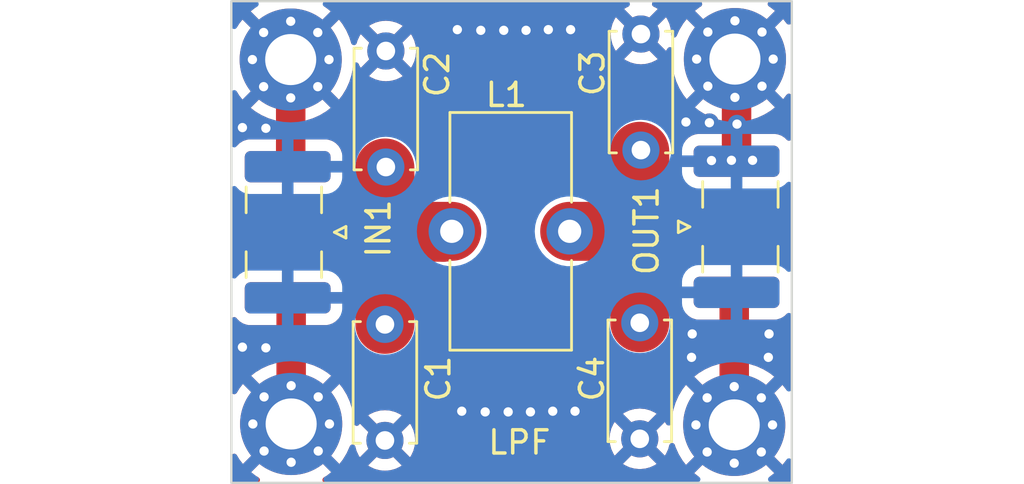
<source format=kicad_pcb>
(kicad_pcb (version 20240225) (generator "pcbnew") (generator_version "8.99")
  (layers (0 "F.Cu" signal) (31 "B.Cu" signal) (34 "B.Paste" user) (35 "F.Paste" user) (36 "B.SilkS" user "B.Silkscreen") (37 "F.SilkS" user "F.Silkscreen") (38 "B.Mask" user) (39 "F.Mask" user) (44 "Edge.Cuts" user))
  (net 0 "")
  (net 1 "GND")
  (net 2 "Net-(IN1-In)")
  (net 3 "Net-(OUT1-In)")
  (footprint "Capacitor_THT:C_Disc_D5.0mm_W2.5mm_P5.00mm" (layer "F.Cu") (at 92 100.21 90)
    (property "Reference" "C2" (at 3.99 2.21 90) (layer "F.SilkS"))
    (property "Value" "100n" (hide yes))
    (fp_line (start 5.12 -1.37) (end 5.12 -1.055) (stroke (width 0.12)) (layer "F.SilkS"))
    (fp_line (start -0.12 -1.37) (end 5.12 -1.37) (stroke (width 0.12)) (layer "F.SilkS"))
    (fp_line (start -0.12 -1.37) (end -0.12 -1.055) (stroke (width 0.12)) (layer "F.SilkS"))
    (fp_line (start 5.12 1.055) (end 5.12 1.37) (stroke (width 0.12)) (layer "F.SilkS"))
    (fp_line (start -0.12 1.055) (end -0.12 1.37) (stroke (width 0.12)) (layer "F.SilkS"))
    (fp_line (start -0.12 1.37) (end 5.12 1.37) (stroke (width 0.12)) (layer "F.SilkS"))
    (pad "1" thru_hole circle (at 0 0 90) (size 1.6 1.6) (drill 0.8) (layers "*.Cu" "*.Mask") (net 2 "Net-(IN1-In)"))
    (pad "2" thru_hole circle (at 5 0 90) (size 1.6 1.6) (drill 0.8) (layers "*.Cu" "*.Mask") (net 1 "GND"))
  )
  (footprint "Capacitor_THT:C_Disc_D5.0mm_W2.5mm_P5.00mm" (layer "F.Cu") (at 91.96 106.99 -90)
    (property "Reference" "C1" (at 2.34 -2.3 -90) (layer "F.SilkS"))
    (property "Value" "100n" (hide yes))
    (fp_line (start -0.12 1.37) (end 5.12 1.37) (stroke (width 0.12)) (layer "F.SilkS"))
    (fp_line (start -0.12 1.055) (end -0.12 1.37) (stroke (width 0.12)) (layer "F.SilkS"))
    (fp_line (start 5.12 1.055) (end 5.12 1.37) (stroke (width 0.12)) (layer "F.SilkS"))
    (fp_line (start -0.12 -1.37) (end -0.12 -1.055) (stroke (width 0.12)) (layer "F.SilkS"))
    (fp_line (start -0.12 -1.37) (end 5.12 -1.37) (stroke (width 0.12)) (layer "F.SilkS"))
    (fp_line (start 5.12 -1.37) (end 5.12 -1.055) (stroke (width 0.12)) (layer "F.SilkS"))
    (pad "1" thru_hole circle (at 0 0 270) (size 1.6 1.6) (drill 0.8) (layers "*.Cu" "*.Mask") (net 2 "Net-(IN1-In)"))
    (pad "2" thru_hole circle (at 5 0 270) (size 1.6 1.6) (drill 0.8) (layers "*.Cu" "*.Mask") (net 1 "GND"))
  )
  (footprint "Connector_Coaxial:SMA_Samtec_SMA-J-P-H-ST-EM1_EdgeMount" (layer "F.Cu") (at 107.36 102.785)
    (property "Reference" "OUT1" (at -4.13 0.165 90) (layer "F.SilkS"))
    (property "Value" "SMA" (hide yes))
    (fp_line (start -2.76 -0.25) (end -2.76 0.25) (stroke (width 0.12)) (layer "F.SilkS"))
    (fp_line (start -2.76 0.25) (end -2.26 0) (stroke (width 0.12)) (layer "F.SilkS"))
    (fp_line (start -2.26 0) (end -2.76 -0.25) (stroke (width 0.12)) (layer "F.SilkS"))
    (fp_line (start -1.71 -0.84) (end -1.71 -1.95) (stroke (width 0.12)) (layer "F.SilkS"))
    (fp_line (start -1.71 1.95) (end -1.71 0.84) (stroke (width 0.12)) (layer "F.SilkS"))
    (fp_line (start 1.54 -0.84) (end 1.54 -1.95) (stroke (width 0.12)) (layer "F.SilkS"))
    (fp_line (start 1.54 1.95) (end 1.54 0.84) (stroke (width 0.12)) (layer "F.SilkS"))
    (pad "1" smd roundrect (at 0 0 90) (size 1.27 3.2) (layers "F.Cu" "F.Mask") (roundrect_rratio 0.1968503937) (net 3 "Net-(OUT1-In)"))
    (pad "2" smd roundrect (at -0.25 -2.825 90) (size 1.35 3.7) (layers "F.Cu" "F.Mask") (roundrect_rratio 0.1851851852) (net 1 "GND"))
    (pad "2" smd roundrect (at -0.25 -2.825 90) (size 1.35 3.7) (layers "B.Cu" "B.Mask") (roundrect_rratio 0.1851851852) (net 1 "GND"))
    (pad "2" smd roundrect (at -0.25 2.825 90) (size 1.35 3.7) (layers "F.Cu" "F.Mask") (roundrect_rratio 0.1851851852) (net 1 "GND"))
    (pad "2" smd roundrect (at -0.25 2.825 90) (size 1.35 3.7) (layers "B.Cu" "B.Mask") (roundrect_rratio 0.1851851852) (net 1 "GND"))
  )
  (footprint "Connector_Coaxial:SMA_Samtec_SMA-J-P-H-ST-EM1_EdgeMount" (layer "F.Cu") (at 87.52 103.02 180)
    (property "Reference" "IN1" (at -4.16 0.16 90) (layer "F.SilkS"))
    (property "Value" "SMA" (hide yes))
    (fp_line (start 1.54 1.95) (end 1.54 0.84) (stroke (width 0.12)) (layer "F.SilkS"))
    (fp_line (start 1.54 -0.84) (end 1.54 -1.95) (stroke (width 0.12)) (layer "F.SilkS"))
    (fp_line (start -1.71 1.95) (end -1.71 0.84) (stroke (width 0.12)) (layer "F.SilkS"))
    (fp_line (start -1.71 -0.84) (end -1.71 -1.95) (stroke (width 0.12)) (layer "F.SilkS"))
    (fp_line (start -2.26 0) (end -2.76 -0.25) (stroke (width 0.12)) (layer "F.SilkS"))
    (fp_line (start -2.76 0.25) (end -2.26 0) (stroke (width 0.12)) (layer "F.SilkS"))
    (fp_line (start -2.76 -0.25) (end -2.76 0.25) (stroke (width 0.12)) (layer "F.SilkS"))
    (pad "1" smd roundrect (at 0 0 270) (size 1.27 3.2) (layers "F.Cu" "F.Mask") (roundrect_rratio 0.1968503937) (net 2 "Net-(IN1-In)"))
    (pad "2" smd roundrect (at -0.25 -2.825 270) (size 1.35 3.7) (layers "F.Cu" "F.Mask") (roundrect_rratio 0.1851851852) (net 1 "GND"))
    (pad "2" smd roundrect (at -0.25 -2.825 270) (size 1.35 3.7) (layers "B.Cu" "B.Mask") (roundrect_rratio 0.1851851852) (net 1 "GND"))
    (pad "2" smd roundrect (at -0.25 2.825 270) (size 1.35 3.7) (layers "F.Cu" "F.Mask") (roundrect_rratio 0.1851851852) (net 1 "GND"))
    (pad "2" smd roundrect (at -0.25 2.825 270) (size 1.35 3.7) (layers "B.Cu" "B.Mask") (roundrect_rratio 0.1851851852) (net 1 "GND"))
  )
  (footprint "Capacitor_THT:C_Disc_D5.0mm_W2.5mm_P5.00mm" (layer "F.Cu") (at 102.99 99.48 90)
    (property "Reference" "C3" (at 3.31 -2.09 90) (layer "F.SilkS"))
    (property "Value" "100n" (hide yes))
    (fp_line (start 5.12 -1.37) (end 5.12 -1.055) (stroke (width 0.12)) (layer "F.SilkS"))
    (fp_line (start -0.12 -1.37) (end 5.12 -1.37) (stroke (width 0.12)) (layer "F.SilkS"))
    (fp_line (start -0.12 -1.37) (end -0.12 -1.055) (stroke (width 0.12)) (layer "F.SilkS"))
    (fp_line (start 5.12 1.055) (end 5.12 1.37) (stroke (width 0.12)) (layer "F.SilkS"))
    (fp_line (start -0.12 1.055) (end -0.12 1.37) (stroke (width 0.12)) (layer "F.SilkS"))
    (fp_line (start -0.12 1.37) (end 5.12 1.37) (stroke (width 0.12)) (layer "F.SilkS"))
    (pad "1" thru_hole circle (at 0 0 90) (size 1.6 1.6) (drill 0.8) (layers "*.Cu" "*.Mask") (net 3 "Net-(OUT1-In)"))
    (pad "2" thru_hole circle (at 5 0 90) (size 1.6 1.6) (drill 0.8) (layers "*.Cu" "*.Mask") (net 1 "GND"))
  )
  (footprint "MountingHole:MountingHole_2.2mm_M2_Pad_Via" (layer "F.Cu") (at 87.92 111.28)
    (property "Reference" "H4" (hide yes))
    (property "Value" "MountingHole_Pad" (hide yes))
    (pad "1" thru_hole circle (at -1.65 0) (size 0.7 0.7) (drill 0.4) (layers "*.Cu" "*.Mask") (net 1 "GND"))
    (pad "1" thru_hole circle (at -1.166726 -1.166726) (size 0.7 0.7) (drill 0.4) (layers "*.Cu" "*.Mask") (net 1 "GND"))
    (pad "1" thru_hole circle (at -1.166726 1.166726) (size 0.7 0.7) (drill 0.4) (layers "*.Cu" "*.Mask") (net 1 "GND"))
    (pad "1" thru_hole circle (at 0 -1.65) (size 0.7 0.7) (drill 0.4) (layers "*.Cu" "*.Mask") (net 1 "GND"))
    (pad "1" thru_hole circle (at 0 0) (size 4.4 4.4) (drill 2.2) (layers "*.Cu" "*.Mask") (net 1 "GND"))
    (pad "1" thru_hole circle (at 0 1.65) (size 0.7 0.7) (drill 0.4) (layers "*.Cu" "*.Mask") (net 1 "GND"))
    (pad "1" thru_hole circle (at 1.166726 -1.166726) (size 0.7 0.7) (drill 0.4) (layers "*.Cu" "*.Mask") (net 1 "GND"))
    (pad "1" thru_hole circle (at 1.166726 1.166726) (size 0.7 0.7) (drill 0.4) (layers "*.Cu" "*.Mask") (net 1 "GND"))
    (pad "1" thru_hole circle (at 1.65 0) (size 0.7 0.7) (drill 0.4) (layers "*.Cu" "*.Mask") (net 1 "GND"))
  )
  (footprint "Capacitor_THT:C_Disc_D5.0mm_W2.5mm_P5.00mm" (layer "F.Cu") (at 102.94 106.92 -90)
    (property "Reference" "C4" (at 2.41 2.06 -90) (layer "F.SilkS"))
    (property "Value" "100n" (hide yes))
    (fp_line (start -0.12 1.37) (end 5.12 1.37) (stroke (width 0.12)) (layer "F.SilkS"))
    (fp_line (start -0.12 1.055) (end -0.12 1.37) (stroke (width 0.12)) (layer "F.SilkS"))
    (fp_line (start 5.12 1.055) (end 5.12 1.37) (stroke (width 0.12)) (layer "F.SilkS"))
    (fp_line (start -0.12 -1.37) (end -0.12 -1.055) (stroke (width 0.12)) (layer "F.SilkS"))
    (fp_line (start -0.12 -1.37) (end 5.12 -1.37) (stroke (width 0.12)) (layer "F.SilkS"))
    (fp_line (start 5.12 -1.37) (end 5.12 -1.055) (stroke (width 0.12)) (layer "F.SilkS"))
    (pad "1" thru_hole circle (at 0 0 270) (size 1.6 1.6) (drill 0.8) (layers "*.Cu" "*.Mask") (net 3 "Net-(OUT1-In)"))
    (pad "2" thru_hole circle (at 5 0 270) (size 1.6 1.6) (drill 0.8) (layers "*.Cu" "*.Mask") (net 1 "GND"))
  )
  (footprint "MountingHole:MountingHole_2.2mm_M2_Pad_Via" (layer "F.Cu") (at 107.04 95.56)
    (property "Reference" "H2" (hide yes))
    (property "Value" "MountingHole_Pad" (hide yes))
    (pad "1" thru_hole circle (at -1.65 0) (size 0.7 0.7) (drill 0.4) (layers "*.Cu" "*.Mask") (net 1 "GND"))
    (pad "1" thru_hole circle (at -1.166726 -1.166726) (size 0.7 0.7) (drill 0.4) (layers "*.Cu" "*.Mask") (net 1 "GND"))
    (pad "1" thru_hole circle (at -1.166726 1.166726) (size 0.7 0.7) (drill 0.4) (layers "*.Cu" "*.Mask") (net 1 "GND"))
    (pad "1" thru_hole circle (at 0 -1.65) (size 0.7 0.7) (drill 0.4) (layers "*.Cu" "*.Mask") (net 1 "GND"))
    (pad "1" thru_hole circle (at 0 0) (size 4.4 4.4) (drill 2.2) (layers "*.Cu" "*.Mask") (net 1 "GND"))
    (pad "1" thru_hole circle (at 0 1.65) (size 0.7 0.7) (drill 0.4) (layers "*.Cu" "*.Mask") (net 1 "GND"))
    (pad "1" thru_hole circle (at 1.166726 -1.166726) (size 0.7 0.7) (drill 0.4) (layers "*.Cu" "*.Mask") (net 1 "GND"))
    (pad "1" thru_hole circle (at 1.166726 1.166726) (size 0.7 0.7) (drill 0.4) (layers "*.Cu" "*.Mask") (net 1 "GND"))
    (pad "1" thru_hole circle (at 1.65 0) (size 0.7 0.7) (drill 0.4) (layers "*.Cu" "*.Mask") (net 1 "GND"))
  )
  (footprint "MountingHole:MountingHole_2.2mm_M2_Pad_Via" (layer "F.Cu") (at 107.01 111.32)
    (property "Reference" "H3" (hide yes))
    (property "Value" "MountingHole_Pad" (hide yes))
    (pad "1" thru_hole circle (at -1.65 0) (size 0.7 0.7) (drill 0.4) (layers "*.Cu" "*.Mask") (net 1 "GND"))
    (pad "1" thru_hole circle (at -1.166726 -1.166726) (size 0.7 0.7) (drill 0.4) (layers "*.Cu" "*.Mask") (net 1 "GND"))
    (pad "1" thru_hole circle (at -1.166726 1.166726) (size 0.7 0.7) (drill 0.4) (layers "*.Cu" "*.Mask") (net 1 "GND"))
    (pad "1" thru_hole circle (at 0 -1.65) (size 0.7 0.7) (drill 0.4) (layers "*.Cu" "*.Mask") (net 1 "GND"))
    (pad "1" thru_hole circle (at 0 0) (size 4.4 4.4) (drill 2.2) (layers "*.Cu" "*.Mask") (net 1 "GND"))
    (pad "1" thru_hole circle (at 0 1.65) (size 0.7 0.7) (drill 0.4) (layers "*.Cu" "*.Mask") (net 1 "GND"))
    (pad "1" thru_hole circle (at 1.166726 -1.166726) (size 0.7 0.7) (drill 0.4) (layers "*.Cu" "*.Mask") (net 1 "GND"))
    (pad "1" thru_hole circle (at 1.166726 1.166726) (size 0.7 0.7) (drill 0.4) (layers "*.Cu" "*.Mask") (net 1 "GND"))
    (pad "1" thru_hole circle (at 1.65 0) (size 0.7 0.7) (drill 0.4) (layers "*.Cu" "*.Mask") (net 1 "GND"))
  )
  (footprint "Inductor_THT:L_Toroid_Vertical_L10.0mm_W5.0mm_P5.08mm" (layer "F.Cu") (at 94.84 102.98 90)
    (property "Reference" "L1" (at 5.88 2.35 180) (layer "F.SilkS"))
    (property "Value" "L_Small")
    (fp_line (start 5.12 -0.08) (end 5.12 5.16) (stroke (width 0.12)) (layer "F.SilkS"))
    (fp_line (start 1.255 -0.08) (end 5.12 -0.08) (stroke (width 0.12)) (layer "F.SilkS"))
    (fp_line (start -5.12 -0.08) (end -1.255 -0.08) (stroke (width 0.12)) (layer "F.SilkS"))
    (fp_line (start -5.12 -0.08) (end -5.12 5.16) (stroke (width 0.12)) (layer "F.SilkS"))
    (fp_line (start 1.255 5.16) (end 5.12 5.16) (stroke (width 0.12)) (layer "F.SilkS"))
    (fp_line (start -5.12 5.16) (end -1.255 5.16) (stroke (width 0.12)) (layer "F.SilkS"))
    (pad "1" thru_hole circle (at 0 0 90) (size 2 2) (drill 1) (layers "*.Cu" "*.Mask") (net 2 "Net-(IN1-In)"))
    (pad "2" thru_hole circle (at 0 5.08 90) (size 2 2) (drill 1) (layers "*.Cu" "*.Mask") (net 3 "Net-(OUT1-In)"))
  )
  (footprint "MountingHole:MountingHole_2.2mm_M2_Pad_Via" (layer "F.Cu") (at 87.9 95.58)
    (property "Reference" "H1" (hide yes))
    (property "Value" "MountingHole_Pad" (hide yes))
    (pad "1" thru_hole circle (at -1.65 0) (size 0.7 0.7) (drill 0.4) (layers "*.Cu" "*.Mask") (net 1 "GND"))
    (pad "1" thru_hole circle (at -1.166726 -1.166726) (size 0.7 0.7) (drill 0.4) (layers "*.Cu" "*.Mask") (net 1 "GND"))
    (pad "1" thru_hole circle (at -1.166726 1.166726) (size 0.7 0.7) (drill 0.4) (layers "*.Cu" "*.Mask") (net 1 "GND"))
    (pad "1" thru_hole circle (at 0 -1.65) (size 0.7 0.7) (drill 0.4) (layers "*.Cu" "*.Mask") (net 1 "GND"))
    (pad "1" thru_hole circle (at 0 0) (size 4.4 4.4) (drill 2.2) (layers "*.Cu" "*.Mask") (net 1 "GND"))
    (pad "1" thru_hole circle (at 0 1.65) (size 0.7 0.7) (drill 0.4) (layers "*.Cu" "*.Mask") (net 1 "GND"))
    (pad "1" thru_hole circle (at 1.166726 -1.166726) (size 0.7 0.7) (drill 0.4) (layers "*.Cu" "*.Mask") (net 1 "GND"))
    (pad "1" thru_hole circle (at 1.166726 1.166726) (size 0.7 0.7) (drill 0.4) (layers "*.Cu" "*.Mask") (net 1 "GND"))
    (pad "1" thru_hole circle (at 1.65 0) (size 0.7 0.7) (drill 0.4) (layers "*.Cu" "*.Mask") (net 1 "GND"))
  )
  (gr_rect (start 85.344 93.063) (end 109.4906 113.818) (stroke (width 0.1)) (fill none) (layer "Edge.Cuts"))
  (gr_text "LPF" (at 96.32 112.66 0) (layer "F.SilkS") (effects (font (size 1 1)) (justify left bottom)))
  (segment (start 87.9 100.065) (end 87.77 100.195) (width 1.27) (layer "F.Cu") (net 1))
  (segment (start 107.01 105.71) (end 107.11 105.61) (width 1.27) (layer "F.Cu") (net 1))
  (segment (start 107.11 99.96) (end 107.11 95.63) (width 1.27) (layer "F.Cu") (net 1))
  (segment (start 107.01 111.32) (end 107.01 105.71) (width 1.27) (layer "F.Cu") (net 1))
  (segment (start 87.9 95.58) (end 87.9 100.065) (width 1.27) (layer "F.Cu") (net 1))
  (segment (start 87.92 111.28) (end 87.92 105.995) (width 1.27) (layer "F.Cu") (net 1))
  (segment (start 87.92 105.995) (end 87.77 105.845) (width 1.27) (layer "F.Cu") (net 1))
  (via (at 105.2 107.4) (size 0.8) (drill 0.4) (layers "F.Cu" "B.Cu") (net 1))
  (via (at 85.82 107.97) (size 0.8) (drill 0.4) (layers "F.Cu" "B.Cu") (net 1))
  (via (at 85.82 98.51) (size 0.8) (drill 0.4) (layers "F.Cu" "B.Cu") (net 1))
  (via (at 108.48 108.41) (size 0.8) (drill 0.4) (layers "F.Cu" "B.Cu") (net 1))
  (via (at 106.03 99.93) (size 0.8) (drill 0.4) (layers "F.Cu" "B.Cu") (net 1))
  (via (at 86.83 98.54) (size 0.8) (drill 0.4) (layers "F.Cu" "B.Cu") (net 1))
  (via (at 99.19 110.73) (size 0.8) (drill 0.4) (layers "F.Cu" "B.Cu") (net 1))
  (via (at 104.93 98.27) (size 0.8) (drill 0.4) (layers "F.Cu" "B.Cu") (net 1))
  (via (at 95.27 110.73) (size 0.8) (drill 0.4) (layers "F.Cu" "B.Cu") (net 1))
  (via (at 105.17 108.41) (size 0.8) (drill 0.4) (layers "F.Cu" "B.Cu") (net 1))
  (via (at 106.89 99.92) (size 0.8) (drill 0.4) (layers "F.Cu" "B.Cu") (net 1))
  (via (at 97.27 110.76) (size 0.8) (drill 0.4) (layers "F.Cu" "B.Cu") (net 1))
  (via (at 99 94.29) (size 0.8) (drill 0.4) (layers "F.Cu" "B.Cu") (net 1))
  (via (at 99.96 94.29) (size 0.8) (drill 0.4) (layers "F.Cu" "B.Cu") (net 1))
  (via (at 86.83 108) (size 0.8) (drill 0.4) (layers "F.Cu" "B.Cu") (net 1))
  (via (at 95.08 94.29) (size 0.8) (drill 0.4) (layers "F.Cu" "B.Cu") (net 1))
  (via (at 96.09 94.32) (size 0.8) (drill 0.4) (layers "F.Cu" "B.Cu") (net 1))
  (via (at 105.94 98.3) (size 0.8) (drill 0.4) (layers "F.Cu" "B.Cu") (net 1))
  (via (at 108.51 107.4) (size 0.8) (drill 0.4) (layers "F.Cu" "B.Cu") (net 1))
  (via (at 96.28 110.76) (size 0.8) (drill 0.4) (layers "F.Cu" "B.Cu") (net 1))
  (via (at 107.13 98.36) (size 0.8) (drill 0.4) (layers "F.Cu" "B.Cu") (net 1))
  (via (at 98.04 94.32) (size 0.8) (drill 0.4) (layers "F.Cu" "B.Cu") (net 1))
  (via (at 98.23 110.76) (size 0.8) (drill 0.4) (layers "F.Cu" "B.Cu") (net 1))
  (via (at 100.15 110.73) (size 0.8) (drill 0.4) (layers "F.Cu" "B.Cu") (net 1))
  (via (at 107.8 99.92) (size 0.8) (drill 0.4) (layers "F.Cu" "B.Cu") (net 1))
  (via (at 97.08 94.32) (size 0.8) (drill 0.4) (layers "F.Cu" "B.Cu") (net 1))
  (segment (start 94.84 102.98) (end 87.56 102.98) (width 2.54) (layer "F.Cu") (net 2))
  (segment (start 94.48 103.02) (end 94.5 103) (width 2.54) (layer "F.Cu") (net 2))
  (segment (start 92.5 102.99) (end 92.47 103.02) (width 2.54) (layer "F.Cu") (net 2))
  (segment (start 91.96 106.99) (end 91.96 100.25) (width 2.54) (layer "F.Cu") (net 2))
  (segment (start 92.47 103.02) (end 94.48 103.02) (width 2.54) (layer "F.Cu") (net 2))
  (segment (start 99.92 102.98) (end 107.165 102.98) (width 2.54) (layer "F.Cu") (net 3))
  (segment (start 102.94 106.92) (end 102.94 99.53) (width 2.54) (layer "F.Cu") (net 3))
  (segment (start 102.66 102.99) (end 106.79 102.99) (width 2.54) (layer "F.Cu") (net 3))
  (zone (net 1) (net_name "GND") (layer "F.Cu") (connect_pads (clearance 0.5)) (min_thickness 0.25) (fill yes (thermal_gap 0.5) (thermal_bridge_width 0.5))
    (polygon (pts (xy 85.384 93.117) (xy 109.526 93.047) (xy 109.446 113.758) (xy 85.304 113.828)))
  )
  (zone (net 1) (net_name "GND") (layer "B.Cu") (priority 1) (connect_pads (clearance 0.5)) (min_thickness 0.25) (fill yes (thermal_gap 0.5) (thermal_bridge_width 0.5))
    (polygon (pts (xy 85.32 93.06) (xy 85.34 113.79) (xy 109.53 113.79) (xy 109.51 93.06)))
  )
)
</source>
